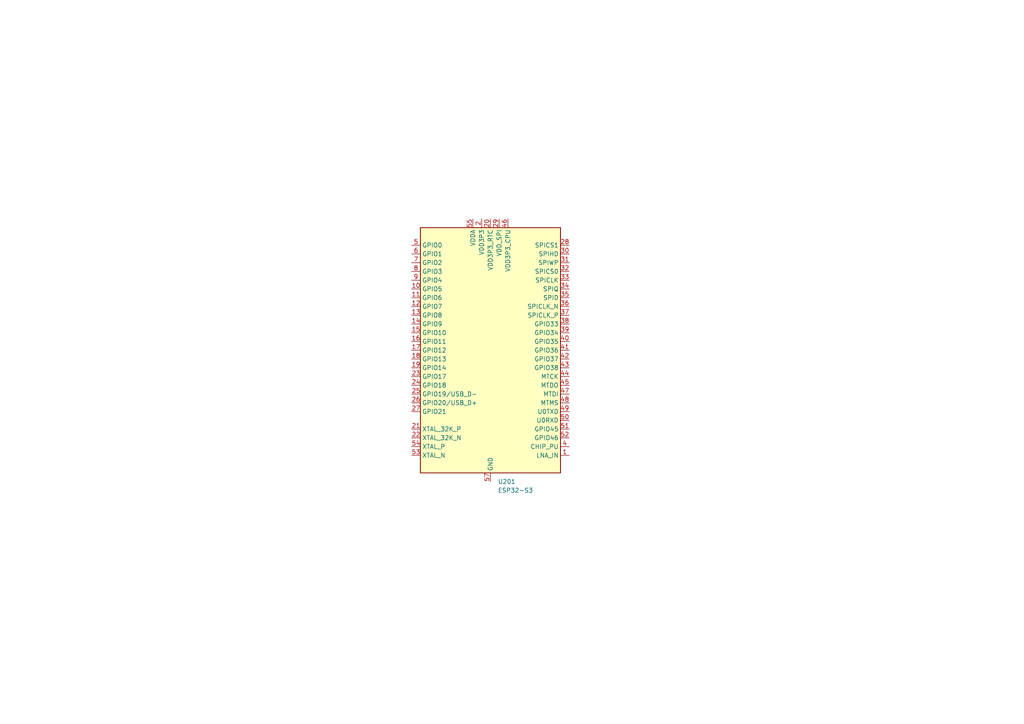
<source format=kicad_sch>
(kicad_sch (version 20250114) (generator "eeschema") (generator_version "9.0")
  (paper "A4")
  (lib_symbols
    (symbol "MCU_Espressif:ESP32-S3"
      (property "Reference" "U" (at 10.16 -38.1 0))
      (property "Value" "ESP32-S3" (at 13.97 -40.64 0))
      (symbol "ESP32-S3_0_1"
        (rectangle (start -20.32 35.56) (end 20.32 -35.56) (stroke (width 0.254)) (fill (type background)))
      )
      (symbol "ESP32-S3_1_0"
        (pin passive line (at -5.08 38.1 270) (length 2.54) (hide yes) (name "VDDA") (number "56"))
        (pin bidirectional line (at 22.86 12.7 180) (length 2.54) (name "SPICLK_N") (number "36"))
        (pin bidirectional line (at 22.86 -10.16 180) (length 2.54) (name "MTDO") (number "45"))
        (pin bidirectional line (at 22.86 -22.86 180) (length 2.54) (name "GPIO45") (number "51"))
      )
      (symbol "ESP32-S3_1_1"
        (pin bidirectional line (at -22.86 30.48 0) (length 2.54) (name "GPIO0") (number "5"))
        (pin bidirectional line (at -22.86 27.94 0) (length 2.54) (name "GPIO1") (number "6"))
        (pin bidirectional line (at -22.86 25.4 0) (length 2.54) (name "GPIO2") (number "7"))
        (pin bidirectional line (at -22.86 22.86 0) (length 2.54) (name "GPIO3") (number "8"))
        (pin bidirectional line (at -22.86 20.32 0) (length 2.54) (name "GPIO4") (number "9"))
        (pin bidirectional line (at -22.86 17.78 0) (length 2.54) (name "GPIO5") (number "10"))
        (pin bidirectional line (at -22.86 15.24 0) (length 2.54) (name "GPIO6") (number "11"))
        (pin bidirectional line (at -22.86 12.7 0) (length 2.54) (name "GPIO7") (number "12"))
        (pin bidirectional line (at -22.86 10.16 0) (length 2.54) (name "GPIO8") (number "13"))
        (pin bidirectional line (at -22.86 7.62 0) (length 2.54) (name "GPIO9") (number "14"))
        (pin bidirectional line (at -22.86 5.08 0) (length 2.54) (name "GPIO10") (number "15"))
        (pin bidirectional line (at -22.86 2.54 0) (length 2.54) (name "GPIO11") (number "16"))
        (pin bidirectional line (at -22.86 0 0) (length 2.54) (name "GPIO12") (number "17"))
        (pin bidirectional line (at -22.86 -2.54 0) (length 2.54) (name "GPIO13") (number "18"))
        (pin bidirectional line (at -22.86 -5.08 0) (length 2.54) (name "GPIO14") (number "19"))
        (pin bidirectional line (at -22.86 -7.62 0) (length 2.54) (name "GPIO17") (number "23"))
        (pin bidirectional line (at -22.86 -10.16 0) (length 2.54) (name "GPIO18") (number "24"))
        (pin bidirectional line (at -22.86 -12.7 0) (length 2.54) (name "GPIO19/USB_D-") (number "25"))
        (pin bidirectional line (at -22.86 -15.24 0) (length 2.54) (name "GPIO20/USB_D+") (number "26"))
        (pin bidirectional line (at -22.86 -17.78 0) (length 2.54) (name "GPIO21") (number "27"))
        (pin passive line (at -22.86 -22.86 0) (length 2.54) (name "XTAL_32K_P") (number "21"))
        (pin passive line (at -22.86 -25.4 0) (length 2.54) (name "XTAL_32K_N") (number "22"))
        (pin input line (at -22.86 -27.94 0) (length 2.54) (name "XTAL_P") (number "54"))
        (pin output line (at -22.86 -30.48 0) (length 2.54) (name "XTAL_N") (number "53"))
        (pin power_in line (at -5.08 38.1 270) (length 2.54) (name "VDDA") (number "55"))
        (pin power_in line (at -2.54 38.1 270) (length 2.54) (name "VDD3P3") (number "2"))
        (pin passive line (at -2.54 38.1 270) (length 2.54) (hide yes) (name "VDD3P3") (number "3"))
        (pin power_in line (at 0 38.1 270) (length 2.54) (name "VDD3P3_RTC") (number "20"))
        (pin power_in line (at 0 -38.1 90) (length 2.54) (name "GND") (number "57"))
        (pin power_in line (at 2.54 38.1 270) (length 2.54) (name "VDD_SPI") (number "29"))
        (pin power_in line (at 5.08 38.1 270) (length 2.54) (name "VDD3P3_CPU") (number "46"))
        (pin bidirectional line (at 22.86 30.48 180) (length 2.54) (name "SPICS1") (number "28"))
        (pin bidirectional line (at 22.86 27.94 180) (length 2.54) (name "SPIHD") (number "30"))
        (pin bidirectional line (at 22.86 25.4 180) (length 2.54) (name "SPIWP") (number "31"))
        (pin bidirectional line (at 22.86 22.86 180) (length 2.54) (name "SPICS0") (number "32"))
        (pin bidirectional line (at 22.86 20.32 180) (length 2.54) (name "SPICLK") (number "33"))
        (pin bidirectional line (at 22.86 17.78 180) (length 2.54) (name "SPIQ") (number "34"))
        (pin bidirectional line (at 22.86 15.24 180) (length 2.54) (name "SPID") (number "35"))
        (pin bidirectional line (at 22.86 10.16 180) (length 2.54) (name "SPICLK_P") (number "37"))
        (pin bidirectional line (at 22.86 7.62 180) (length 2.54) (name "GPIO33") (number "38"))
        (pin bidirectional line (at 22.86 5.08 180) (length 2.54) (name "GPIO34") (number "39"))
        (pin bidirectional line (at 22.86 2.54 180) (length 2.54) (name "GPIO35") (number "40"))
        (pin bidirectional line (at 22.86 0 180) (length 2.54) (name "GPIO36") (number "41"))
        (pin bidirectional line (at 22.86 -2.54 180) (length 2.54) (name "GPIO37") (number "42"))
        (pin bidirectional line (at 22.86 -5.08 180) (length 2.54) (name "GPIO38") (number "43"))
        (pin bidirectional line (at 22.86 -7.62 180) (length 2.54) (name "MTCK") (number "44"))
        (pin bidirectional line (at 22.86 -12.7 180) (length 2.54) (name "MTDI") (number "47"))
        (pin bidirectional line (at 22.86 -15.24 180) (length 2.54) (name "MTMS") (number "48"))
        (pin bidirectional line (at 22.86 -17.78 180) (length 2.54) (name "U0TXD") (number "49"))
        (pin bidirectional line (at 22.86 -20.32 180) (length 2.54) (name "U0RXD") (number "50"))
        (pin bidirectional line (at 22.86 -25.4 180) (length 2.54) (name "GPIO46") (number "52"))
        (pin input line (at 22.86 -27.94 180) (length 2.54) (name "CHIP_PU") (number "4"))
        (pin bidirectional line (at 22.86 -30.48 180) (length 2.54) (name "LNA_IN") (number "1"))
      )
    )
  )
  (symbol (lib_id "MCU_Espressif:ESP32-S3") (at 142.24 101.6 0) (unit 1)
    (property "Reference" "U201" (at 144.3833 139.7 0) (effects (justify left)))
    (property "Value" "ESP32-S3" (at 144.3833 142.24 0) (effects (justify left)))
    (property "Footprint" "Package_DFN_QFN:QFN-56-1EP_7x7mm_P0.4mm_EP4x4mm" (effects (hide yes)))
    (property "Datasheet" "https://www.espressif.com/sites/default/files/documentation/esp32-s3_datasheet_en.pdf" (effects (hide yes)))
    (property "Description" "Microcontroller, Wi-Fi 802.11b/g/n, Bluetooth, 32bit" (effects (hide yes)))
  )
)
</source>
